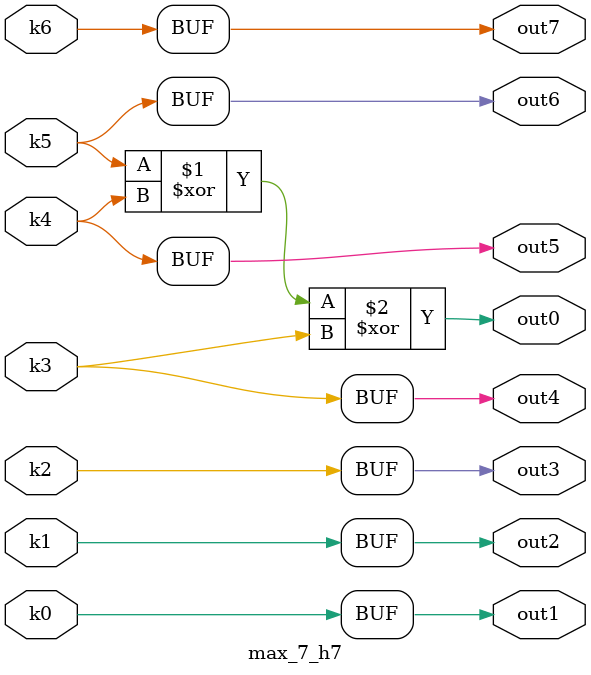
<source format=v>
module max_7(pi00, pi01, pi02, pi03, pi04, pi05, pi06, pi07, pi08, pi09, pi10, pi11, po0, po1, po2, po3, po4, po5, po6, po7);
input pi00, pi01, pi02, pi03, pi04, pi05, pi06, pi07, pi08, pi09, pi10, pi11;
output po0, po1, po2, po3, po4, po5, po6, po7;
wire k0, k1, k2, k3, k4, k5, k6;
max_7_w7 DUT1 (pi00, pi01, pi02, pi03, pi04, pi05, pi06, pi07, pi08, pi09, pi10, pi11, k0, k1, k2, k3, k4, k5, k6);
max_7_h7 DUT2 (k0, k1, k2, k3, k4, k5, k6, po0, po1, po2, po3, po4, po5, po6, po7);
endmodule

module max_7_w7(in11, in10, in9, in8, in7, in6, in5, in4, in3, in2, in1, in0, k6, k5, k4, k3, k2, k1, k0);
input in11, in10, in9, in8, in7, in6, in5, in4, in3, in2, in1, in0;
output k6, k5, k4, k3, k2, k1, k0;
assign k0 =   in0 ? ~in9 : ~in4;
assign k1 =   in0 ? ~in10 : ~in5;
assign k2 =   in0 ? ~in11 : ~in6;
assign k3 =   in0 ? ~in7 : ~in2;
assign k4 =   ~in2 & in7;
assign k5 =   ((in8 & ~in3) | (((in9 & ~in4) | ((in1 | (in10 & ~in5) | (in11 & ~in6)) & (in10 | ~in5))) & (in9 | ~in4))) & (in7 | ~in2) & (in8 | ~in3);
assign k6 =   ~in11 & in6;
endmodule

module max_7_h7(k6, k5, k4, k3, k2, k1, k0, out7, out6, out5, out4, out3, out2, out1, out0);
input k6, k5, k4, k3, k2, k1, k0;
output out7, out6, out5, out4, out3, out2, out1, out0;
assign out0 = k5 ^ k4 ^ k3;
assign out1 = k0;
assign out2 = k1;
assign out3 = k2;
assign out4 = k3;
assign out5 = k4;
assign out6 = k5;
assign out7 = k6;
endmodule

</source>
